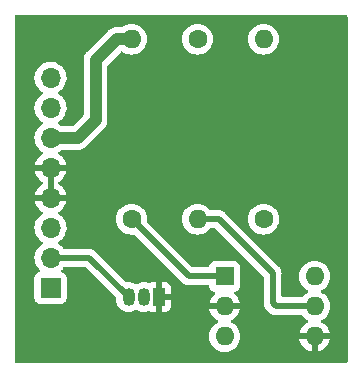
<source format=gbl>
%TF.GenerationSoftware,KiCad,Pcbnew,(6.0.6)*%
%TF.CreationDate,2022-06-23T13:00:25-07:00*%
%TF.ProjectId,TipBlaster_V1,54697042-6c61-4737-9465-725f56312e6b,rev?*%
%TF.SameCoordinates,Original*%
%TF.FileFunction,Copper,L2,Bot*%
%TF.FilePolarity,Positive*%
%FSLAX46Y46*%
G04 Gerber Fmt 4.6, Leading zero omitted, Abs format (unit mm)*
G04 Created by KiCad (PCBNEW (6.0.6)) date 2022-06-23 13:00:25*
%MOMM*%
%LPD*%
G01*
G04 APERTURE LIST*
%TA.AperFunction,ComponentPad*%
%ADD10O,1.600000X1.600000*%
%TD*%
%TA.AperFunction,ComponentPad*%
%ADD11R,1.600000X1.600000*%
%TD*%
%TA.AperFunction,ComponentPad*%
%ADD12C,1.600000*%
%TD*%
%TA.AperFunction,ComponentPad*%
%ADD13O,1.050000X1.500000*%
%TD*%
%TA.AperFunction,ComponentPad*%
%ADD14R,1.050000X1.500000*%
%TD*%
%TA.AperFunction,ComponentPad*%
%ADD15R,1.700000X1.700000*%
%TD*%
%TA.AperFunction,ComponentPad*%
%ADD16O,1.700000X1.700000*%
%TD*%
%TA.AperFunction,Conductor*%
%ADD17C,0.500000*%
%TD*%
%TA.AperFunction,Conductor*%
%ADD18C,1.000000*%
%TD*%
G04 APERTURE END LIST*
D10*
X25918000Y-22621000D03*
X25918000Y-25161000D03*
X25918000Y-27701000D03*
X18298000Y-27701000D03*
X18298000Y-25161000D03*
D11*
X18298000Y-22621000D03*
D10*
X21590000Y-2540000D03*
D12*
X21590000Y-17780000D03*
D10*
X16002000Y-17780000D03*
D12*
X16002000Y-2540000D03*
X10414000Y-17780000D03*
D10*
X10414000Y-2540000D03*
D13*
X10160000Y-24384000D03*
X11430000Y-24384000D03*
D14*
X12700000Y-24384000D03*
D15*
X3556000Y-23607000D03*
D16*
X3556000Y-21067000D03*
X3556000Y-18527000D03*
X3556000Y-15987000D03*
X3556000Y-13447000D03*
X3556000Y-10907000D03*
X3556000Y-8367000D03*
X3556000Y-5827000D03*
D17*
X3556000Y-21067000D02*
X6843000Y-21067000D01*
X6843000Y-21067000D02*
X10160000Y-24384000D01*
X22621000Y-25161000D02*
X25918000Y-25161000D01*
X22352000Y-24892000D02*
X22621000Y-25161000D01*
X22352000Y-22352000D02*
X22352000Y-24892000D01*
X17780000Y-17780000D02*
X22352000Y-22352000D01*
X16002000Y-17780000D02*
X17780000Y-17780000D01*
X15255000Y-22621000D02*
X18298000Y-22621000D01*
X10414000Y-17780000D02*
X15255000Y-22621000D01*
D18*
X7366000Y-4318000D02*
X9144000Y-2540000D01*
X7366000Y-9398000D02*
X7366000Y-4318000D01*
X5857000Y-10907000D02*
X7366000Y-9398000D01*
X9144000Y-2540000D02*
X10414000Y-2540000D01*
X3556000Y-10907000D02*
X5857000Y-10907000D01*
%TA.AperFunction,Conductor*%
G36*
X28643621Y-528502D02*
G01*
X28690114Y-582158D01*
X28701500Y-634500D01*
X28701500Y-29845500D01*
X28681498Y-29913621D01*
X28627842Y-29960114D01*
X28575500Y-29971500D01*
X634500Y-29971500D01*
X566379Y-29951498D01*
X519886Y-29897842D01*
X508500Y-29845500D01*
X508500Y-27701000D01*
X16984502Y-27701000D01*
X17004457Y-27929087D01*
X17005881Y-27934400D01*
X17005881Y-27934402D01*
X17015031Y-27968548D01*
X17063716Y-28150243D01*
X17066039Y-28155224D01*
X17066039Y-28155225D01*
X17158151Y-28352762D01*
X17158154Y-28352767D01*
X17160477Y-28357749D01*
X17291802Y-28545300D01*
X17453700Y-28707198D01*
X17458208Y-28710355D01*
X17458211Y-28710357D01*
X17536389Y-28765098D01*
X17641251Y-28838523D01*
X17646233Y-28840846D01*
X17646238Y-28840849D01*
X17842765Y-28932490D01*
X17848757Y-28935284D01*
X17854065Y-28936706D01*
X17854067Y-28936707D01*
X18064598Y-28993119D01*
X18064600Y-28993119D01*
X18069913Y-28994543D01*
X18298000Y-29014498D01*
X18526087Y-28994543D01*
X18531400Y-28993119D01*
X18531402Y-28993119D01*
X18741933Y-28936707D01*
X18741935Y-28936706D01*
X18747243Y-28935284D01*
X18753235Y-28932490D01*
X18949762Y-28840849D01*
X18949767Y-28840846D01*
X18954749Y-28838523D01*
X19059611Y-28765098D01*
X19137789Y-28710357D01*
X19137792Y-28710355D01*
X19142300Y-28707198D01*
X19304198Y-28545300D01*
X19435523Y-28357749D01*
X19437846Y-28352767D01*
X19437849Y-28352762D01*
X19529961Y-28155225D01*
X19529961Y-28155224D01*
X19532284Y-28150243D01*
X19580970Y-27968548D01*
X19581245Y-27967522D01*
X24635273Y-27967522D01*
X24682764Y-28144761D01*
X24686510Y-28155053D01*
X24778586Y-28352511D01*
X24784069Y-28362007D01*
X24909028Y-28540467D01*
X24916084Y-28548875D01*
X25070125Y-28702916D01*
X25078533Y-28709972D01*
X25256993Y-28834931D01*
X25266489Y-28840414D01*
X25463947Y-28932490D01*
X25474239Y-28936236D01*
X25646503Y-28982394D01*
X25660599Y-28982058D01*
X25664000Y-28974116D01*
X25664000Y-28968967D01*
X26172000Y-28968967D01*
X26175973Y-28982498D01*
X26184522Y-28983727D01*
X26361761Y-28936236D01*
X26372053Y-28932490D01*
X26569511Y-28840414D01*
X26579007Y-28834931D01*
X26757467Y-28709972D01*
X26765875Y-28702916D01*
X26919916Y-28548875D01*
X26926972Y-28540467D01*
X27051931Y-28362007D01*
X27057414Y-28352511D01*
X27149490Y-28155053D01*
X27153236Y-28144761D01*
X27199394Y-27972497D01*
X27199058Y-27958401D01*
X27191116Y-27955000D01*
X26190115Y-27955000D01*
X26174876Y-27959475D01*
X26173671Y-27960865D01*
X26172000Y-27968548D01*
X26172000Y-28968967D01*
X25664000Y-28968967D01*
X25664000Y-27973115D01*
X25659525Y-27957876D01*
X25658135Y-27956671D01*
X25650452Y-27955000D01*
X24650033Y-27955000D01*
X24636502Y-27958973D01*
X24635273Y-27967522D01*
X19581245Y-27967522D01*
X19590119Y-27934402D01*
X19590119Y-27934400D01*
X19591543Y-27929087D01*
X19611498Y-27701000D01*
X19591543Y-27472913D01*
X19532284Y-27251757D01*
X19437966Y-27049489D01*
X19437849Y-27049238D01*
X19437846Y-27049233D01*
X19435523Y-27044251D01*
X19304198Y-26856700D01*
X19142300Y-26694802D01*
X19137792Y-26691645D01*
X19137789Y-26691643D01*
X19059611Y-26636902D01*
X18954749Y-26563477D01*
X18949767Y-26561154D01*
X18949762Y-26561151D01*
X18914951Y-26544919D01*
X18861666Y-26498002D01*
X18842205Y-26429725D01*
X18862747Y-26361765D01*
X18914951Y-26316529D01*
X18949511Y-26300414D01*
X18959007Y-26294931D01*
X19137467Y-26169972D01*
X19145875Y-26162916D01*
X19299916Y-26008875D01*
X19306972Y-26000467D01*
X19431931Y-25822007D01*
X19437414Y-25812511D01*
X19529490Y-25615053D01*
X19533236Y-25604761D01*
X19579394Y-25432497D01*
X19579058Y-25418401D01*
X19571116Y-25415000D01*
X17030033Y-25415000D01*
X17016502Y-25418973D01*
X17015273Y-25427522D01*
X17062764Y-25604761D01*
X17066510Y-25615053D01*
X17158586Y-25812511D01*
X17164069Y-25822007D01*
X17289028Y-26000467D01*
X17296084Y-26008875D01*
X17450125Y-26162916D01*
X17458533Y-26169972D01*
X17636993Y-26294931D01*
X17646489Y-26300414D01*
X17681049Y-26316529D01*
X17734334Y-26363446D01*
X17753795Y-26431723D01*
X17733253Y-26499683D01*
X17681049Y-26544919D01*
X17646238Y-26561151D01*
X17646233Y-26561154D01*
X17641251Y-26563477D01*
X17536389Y-26636902D01*
X17458211Y-26691643D01*
X17458208Y-26691645D01*
X17453700Y-26694802D01*
X17291802Y-26856700D01*
X17160477Y-27044251D01*
X17158154Y-27049233D01*
X17158151Y-27049238D01*
X17158034Y-27049489D01*
X17063716Y-27251757D01*
X17004457Y-27472913D01*
X16984502Y-27701000D01*
X508500Y-27701000D01*
X508500Y-21033695D01*
X2193251Y-21033695D01*
X2206110Y-21256715D01*
X2207247Y-21261761D01*
X2207248Y-21261767D01*
X2231017Y-21367233D01*
X2255222Y-21474639D01*
X2339266Y-21681616D01*
X2341965Y-21686020D01*
X2449896Y-21862148D01*
X2455987Y-21872088D01*
X2602250Y-22040938D01*
X2606230Y-22044242D01*
X2610981Y-22048187D01*
X2650616Y-22107090D01*
X2652113Y-22178071D01*
X2614997Y-22238593D01*
X2574725Y-22263112D01*
X2478751Y-22299091D01*
X2459295Y-22306385D01*
X2342739Y-22393739D01*
X2255385Y-22510295D01*
X2204255Y-22646684D01*
X2197500Y-22708866D01*
X2197500Y-24505134D01*
X2204255Y-24567316D01*
X2255385Y-24703705D01*
X2342739Y-24820261D01*
X2459295Y-24907615D01*
X2595684Y-24958745D01*
X2657866Y-24965500D01*
X4454134Y-24965500D01*
X4516316Y-24958745D01*
X4652705Y-24907615D01*
X4769261Y-24820261D01*
X4856615Y-24703705D01*
X4907745Y-24567316D01*
X4914500Y-24505134D01*
X4914500Y-22708866D01*
X4907745Y-22646684D01*
X4856615Y-22510295D01*
X4769261Y-22393739D01*
X4652705Y-22306385D01*
X4640132Y-22301672D01*
X4534203Y-22261960D01*
X4477439Y-22219318D01*
X4452739Y-22152756D01*
X4467947Y-22083408D01*
X4489493Y-22054727D01*
X4580286Y-21964251D01*
X4594096Y-21950489D01*
X4646203Y-21877974D01*
X4702198Y-21834326D01*
X4748526Y-21825500D01*
X6476629Y-21825500D01*
X6544750Y-21845502D01*
X6565724Y-21862405D01*
X9089595Y-24386276D01*
X9123621Y-24448588D01*
X9126500Y-24475371D01*
X9126500Y-24660004D01*
X9141277Y-24810713D01*
X9199858Y-25004742D01*
X9295010Y-25183698D01*
X9423110Y-25340763D01*
X9427857Y-25344690D01*
X9427859Y-25344692D01*
X9574528Y-25466027D01*
X9574531Y-25466029D01*
X9579278Y-25469956D01*
X9757565Y-25566356D01*
X9854373Y-25596323D01*
X9945293Y-25624468D01*
X9945296Y-25624469D01*
X9951180Y-25626290D01*
X9957305Y-25626934D01*
X9957306Y-25626934D01*
X10146622Y-25646832D01*
X10146623Y-25646832D01*
X10152750Y-25647476D01*
X10262090Y-25637525D01*
X10348457Y-25629665D01*
X10348460Y-25629664D01*
X10354596Y-25629106D01*
X10360502Y-25627368D01*
X10360506Y-25627367D01*
X10501909Y-25585749D01*
X10549029Y-25571881D01*
X10554486Y-25569028D01*
X10554489Y-25569027D01*
X10706182Y-25489724D01*
X10728460Y-25478077D01*
X10728462Y-25478077D01*
X10728645Y-25477981D01*
X10728663Y-25478016D01*
X10794441Y-25458111D01*
X10855409Y-25473271D01*
X11027565Y-25566356D01*
X11124373Y-25596323D01*
X11215293Y-25624468D01*
X11215296Y-25624469D01*
X11221180Y-25626290D01*
X11227305Y-25626934D01*
X11227306Y-25626934D01*
X11416622Y-25646832D01*
X11416623Y-25646832D01*
X11422750Y-25647476D01*
X11532090Y-25637525D01*
X11618457Y-25629665D01*
X11618460Y-25629664D01*
X11624596Y-25629106D01*
X11630502Y-25627368D01*
X11630506Y-25627367D01*
X11766558Y-25587324D01*
X11819029Y-25571881D01*
X11819229Y-25572559D01*
X11885273Y-25566044D01*
X11922323Y-25579320D01*
X11936937Y-25587321D01*
X12057394Y-25632478D01*
X12072649Y-25636105D01*
X12123514Y-25641631D01*
X12130328Y-25642000D01*
X12427885Y-25642000D01*
X12443124Y-25637525D01*
X12444329Y-25636135D01*
X12446000Y-25628452D01*
X12446000Y-25623884D01*
X12954000Y-25623884D01*
X12958475Y-25639123D01*
X12959865Y-25640328D01*
X12967548Y-25641999D01*
X13269669Y-25641999D01*
X13276490Y-25641629D01*
X13327352Y-25636105D01*
X13342604Y-25632479D01*
X13463054Y-25587324D01*
X13478649Y-25578786D01*
X13580724Y-25502285D01*
X13593285Y-25489724D01*
X13669786Y-25387649D01*
X13678324Y-25372054D01*
X13723478Y-25251606D01*
X13727105Y-25236351D01*
X13732631Y-25185486D01*
X13733000Y-25178672D01*
X13733000Y-24656115D01*
X13728525Y-24640876D01*
X13727135Y-24639671D01*
X13719452Y-24638000D01*
X12972115Y-24638000D01*
X12956876Y-24642475D01*
X12955671Y-24643865D01*
X12954000Y-24651548D01*
X12954000Y-25623884D01*
X12446000Y-25623884D01*
X12446000Y-24830242D01*
X12446785Y-24816197D01*
X12458597Y-24710891D01*
X12463500Y-24667183D01*
X12463500Y-24111885D01*
X12954000Y-24111885D01*
X12958475Y-24127124D01*
X12959865Y-24128329D01*
X12967548Y-24130000D01*
X13714884Y-24130000D01*
X13730123Y-24125525D01*
X13731328Y-24124135D01*
X13732999Y-24116452D01*
X13732999Y-23589331D01*
X13732629Y-23582510D01*
X13727105Y-23531648D01*
X13723479Y-23516396D01*
X13678324Y-23395946D01*
X13669786Y-23380351D01*
X13593285Y-23278276D01*
X13580724Y-23265715D01*
X13478649Y-23189214D01*
X13463054Y-23180676D01*
X13342606Y-23135522D01*
X13327351Y-23131895D01*
X13276486Y-23126369D01*
X13269672Y-23126000D01*
X12972115Y-23126000D01*
X12956876Y-23130475D01*
X12955671Y-23131865D01*
X12954000Y-23139548D01*
X12954000Y-24111885D01*
X12463500Y-24111885D01*
X12463500Y-24107996D01*
X12448723Y-23957287D01*
X12448032Y-23954998D01*
X12446000Y-23934276D01*
X12446000Y-23144116D01*
X12441525Y-23128877D01*
X12440135Y-23127672D01*
X12432452Y-23126001D01*
X12130331Y-23126001D01*
X12123510Y-23126371D01*
X12072648Y-23131895D01*
X12057396Y-23135521D01*
X11936944Y-23180677D01*
X11921534Y-23189114D01*
X11852177Y-23204284D01*
X11823764Y-23198960D01*
X11814587Y-23196119D01*
X11638820Y-23141710D01*
X11632695Y-23141066D01*
X11632694Y-23141066D01*
X11443378Y-23121168D01*
X11443377Y-23121168D01*
X11437250Y-23120524D01*
X11358709Y-23127672D01*
X11241543Y-23138335D01*
X11241540Y-23138336D01*
X11235404Y-23138894D01*
X11229498Y-23140632D01*
X11229494Y-23140633D01*
X11109210Y-23176035D01*
X11040971Y-23196119D01*
X11035514Y-23198972D01*
X11035511Y-23198973D01*
X10951163Y-23243069D01*
X10861540Y-23289923D01*
X10861538Y-23289923D01*
X10861355Y-23290019D01*
X10861337Y-23289984D01*
X10795559Y-23309889D01*
X10734591Y-23294729D01*
X10725815Y-23289984D01*
X10562435Y-23201644D01*
X10465628Y-23171677D01*
X10374707Y-23143532D01*
X10374704Y-23143531D01*
X10368820Y-23141710D01*
X10362695Y-23141066D01*
X10362694Y-23141066D01*
X10173378Y-23121168D01*
X10173377Y-23121168D01*
X10167250Y-23120524D01*
X10125509Y-23124323D01*
X10044505Y-23131695D01*
X9974852Y-23117950D01*
X9943990Y-23095309D01*
X7426770Y-20578089D01*
X7414384Y-20563677D01*
X7405851Y-20552082D01*
X7405846Y-20552077D01*
X7401508Y-20546182D01*
X7395930Y-20541443D01*
X7395927Y-20541440D01*
X7361232Y-20511965D01*
X7353716Y-20505035D01*
X7348021Y-20499340D01*
X7341880Y-20494482D01*
X7325749Y-20481719D01*
X7322345Y-20478928D01*
X7272297Y-20436409D01*
X7272295Y-20436408D01*
X7266715Y-20431667D01*
X7260199Y-20428339D01*
X7255150Y-20424972D01*
X7250021Y-20421805D01*
X7244284Y-20417266D01*
X7178125Y-20386345D01*
X7174225Y-20384439D01*
X7109192Y-20351231D01*
X7102084Y-20349492D01*
X7096441Y-20347393D01*
X7090678Y-20345476D01*
X7084050Y-20342378D01*
X7012583Y-20327513D01*
X7008299Y-20326543D01*
X6937390Y-20309192D01*
X6931788Y-20308844D01*
X6931785Y-20308844D01*
X6926236Y-20308500D01*
X6926238Y-20308464D01*
X6922245Y-20308225D01*
X6918053Y-20307851D01*
X6910885Y-20306360D01*
X6844675Y-20308151D01*
X6833479Y-20308454D01*
X6830072Y-20308500D01*
X4751939Y-20308500D01*
X4683818Y-20288498D01*
X4646147Y-20250941D01*
X4638818Y-20239612D01*
X4636014Y-20235277D01*
X4485670Y-20070051D01*
X4481619Y-20066852D01*
X4481615Y-20066848D01*
X4314414Y-19934800D01*
X4314410Y-19934798D01*
X4310359Y-19931598D01*
X4269053Y-19908796D01*
X4219084Y-19858364D01*
X4204312Y-19788921D01*
X4229428Y-19722516D01*
X4256780Y-19695909D01*
X4300603Y-19664650D01*
X4435860Y-19568173D01*
X4594096Y-19410489D01*
X4653594Y-19327689D01*
X4721435Y-19233277D01*
X4724453Y-19229077D01*
X4780502Y-19115671D01*
X4821136Y-19033453D01*
X4821137Y-19033451D01*
X4823430Y-19028811D01*
X4888370Y-18815069D01*
X4917529Y-18593590D01*
X4918386Y-18558502D01*
X4919074Y-18530365D01*
X4919074Y-18530361D01*
X4919156Y-18527000D01*
X4900852Y-18304361D01*
X4846431Y-18087702D01*
X4757354Y-17882840D01*
X4690824Y-17780000D01*
X9100502Y-17780000D01*
X9120457Y-18008087D01*
X9121881Y-18013400D01*
X9121881Y-18013402D01*
X9143135Y-18092720D01*
X9179716Y-18229243D01*
X9182039Y-18234224D01*
X9182039Y-18234225D01*
X9274151Y-18431762D01*
X9274154Y-18431767D01*
X9276477Y-18436749D01*
X9337323Y-18523646D01*
X9386299Y-18593590D01*
X9407802Y-18624300D01*
X9569700Y-18786198D01*
X9574208Y-18789355D01*
X9574211Y-18789357D01*
X9610932Y-18815069D01*
X9757251Y-18917523D01*
X9762233Y-18919846D01*
X9762238Y-18919849D01*
X9959775Y-19011961D01*
X9964757Y-19014284D01*
X9970065Y-19015706D01*
X9970067Y-19015707D01*
X10180598Y-19072119D01*
X10180600Y-19072119D01*
X10185913Y-19073543D01*
X10414000Y-19093498D01*
X10419475Y-19093019D01*
X10576913Y-19079245D01*
X10646518Y-19093234D01*
X10676990Y-19115671D01*
X14671230Y-23109911D01*
X14683616Y-23124323D01*
X14692149Y-23135918D01*
X14692154Y-23135923D01*
X14696492Y-23141818D01*
X14702070Y-23146557D01*
X14702073Y-23146560D01*
X14736768Y-23176035D01*
X14744284Y-23182965D01*
X14749979Y-23188660D01*
X14752861Y-23190940D01*
X14772251Y-23206281D01*
X14775655Y-23209072D01*
X14825703Y-23251591D01*
X14831285Y-23256333D01*
X14837801Y-23259661D01*
X14842850Y-23263028D01*
X14847979Y-23266195D01*
X14853716Y-23270734D01*
X14919875Y-23301655D01*
X14923769Y-23303558D01*
X14988808Y-23336769D01*
X14995917Y-23338508D01*
X15001551Y-23340604D01*
X15007321Y-23342523D01*
X15013950Y-23345622D01*
X15021113Y-23347112D01*
X15021116Y-23347113D01*
X15071830Y-23357661D01*
X15085435Y-23360491D01*
X15089701Y-23361457D01*
X15160610Y-23378808D01*
X15166212Y-23379156D01*
X15166215Y-23379156D01*
X15171764Y-23379500D01*
X15171762Y-23379535D01*
X15175734Y-23379775D01*
X15179955Y-23380152D01*
X15187115Y-23381641D01*
X15264542Y-23379546D01*
X15267950Y-23379500D01*
X16866709Y-23379500D01*
X16934830Y-23399502D01*
X16981323Y-23453158D01*
X16991972Y-23491892D01*
X16996255Y-23531316D01*
X17047385Y-23667705D01*
X17134739Y-23784261D01*
X17251295Y-23871615D01*
X17387684Y-23922745D01*
X17399229Y-23923999D01*
X17401910Y-23925113D01*
X17403222Y-23925425D01*
X17403172Y-23925637D01*
X17464790Y-23951238D01*
X17505218Y-24009599D01*
X17507677Y-24080553D01*
X17471384Y-24141572D01*
X17460775Y-24150147D01*
X17450125Y-24159084D01*
X17296084Y-24313125D01*
X17289028Y-24321533D01*
X17164069Y-24499993D01*
X17158586Y-24509489D01*
X17066510Y-24706947D01*
X17062764Y-24717239D01*
X17016606Y-24889503D01*
X17016942Y-24903599D01*
X17024884Y-24907000D01*
X19565967Y-24907000D01*
X19579498Y-24903027D01*
X19580727Y-24894478D01*
X19533236Y-24717239D01*
X19529490Y-24706947D01*
X19437414Y-24509489D01*
X19431931Y-24499993D01*
X19306972Y-24321533D01*
X19299916Y-24313125D01*
X19145875Y-24159084D01*
X19133254Y-24148493D01*
X19134108Y-24147475D01*
X19093776Y-24097016D01*
X19086468Y-24026397D01*
X19118500Y-23963037D01*
X19179702Y-23927053D01*
X19196762Y-23924000D01*
X19208316Y-23922745D01*
X19344705Y-23871615D01*
X19461261Y-23784261D01*
X19548615Y-23667705D01*
X19599745Y-23531316D01*
X19606500Y-23469134D01*
X19606500Y-21772866D01*
X19599745Y-21710684D01*
X19548615Y-21574295D01*
X19461261Y-21457739D01*
X19344705Y-21370385D01*
X19208316Y-21319255D01*
X19146134Y-21312500D01*
X17449866Y-21312500D01*
X17387684Y-21319255D01*
X17251295Y-21370385D01*
X17134739Y-21457739D01*
X17047385Y-21574295D01*
X16996255Y-21710684D01*
X16995402Y-21718540D01*
X16991972Y-21750108D01*
X16964730Y-21815670D01*
X16906366Y-21856096D01*
X16866709Y-21862500D01*
X15621371Y-21862500D01*
X15553250Y-21842498D01*
X15532276Y-21825595D01*
X11749671Y-18042990D01*
X11715645Y-17980678D01*
X11713245Y-17942913D01*
X11727019Y-17785475D01*
X11727498Y-17780000D01*
X14688502Y-17780000D01*
X14708457Y-18008087D01*
X14709881Y-18013400D01*
X14709881Y-18013402D01*
X14731135Y-18092720D01*
X14767716Y-18229243D01*
X14770039Y-18234224D01*
X14770039Y-18234225D01*
X14862151Y-18431762D01*
X14862154Y-18431767D01*
X14864477Y-18436749D01*
X14925323Y-18523646D01*
X14974299Y-18593590D01*
X14995802Y-18624300D01*
X15157700Y-18786198D01*
X15162208Y-18789355D01*
X15162211Y-18789357D01*
X15198932Y-18815069D01*
X15345251Y-18917523D01*
X15350233Y-18919846D01*
X15350238Y-18919849D01*
X15547775Y-19011961D01*
X15552757Y-19014284D01*
X15558065Y-19015706D01*
X15558067Y-19015707D01*
X15768598Y-19072119D01*
X15768600Y-19072119D01*
X15773913Y-19073543D01*
X16002000Y-19093498D01*
X16230087Y-19073543D01*
X16235400Y-19072119D01*
X16235402Y-19072119D01*
X16445933Y-19015707D01*
X16445935Y-19015706D01*
X16451243Y-19014284D01*
X16456225Y-19011961D01*
X16653762Y-18919849D01*
X16653767Y-18919846D01*
X16658749Y-18917523D01*
X16805068Y-18815069D01*
X16841789Y-18789357D01*
X16841792Y-18789355D01*
X16846300Y-18786198D01*
X17008198Y-18624300D01*
X17030655Y-18592229D01*
X17086110Y-18547901D01*
X17133867Y-18538500D01*
X17413629Y-18538500D01*
X17481750Y-18558502D01*
X17502724Y-18575405D01*
X21556595Y-22629276D01*
X21590621Y-22691588D01*
X21593500Y-22718371D01*
X21593500Y-24824930D01*
X21592067Y-24843880D01*
X21588801Y-24865349D01*
X21589394Y-24872641D01*
X21589394Y-24872644D01*
X21593085Y-24918018D01*
X21593500Y-24928233D01*
X21593500Y-24936293D01*
X21593925Y-24939937D01*
X21596789Y-24964507D01*
X21597222Y-24968882D01*
X21603140Y-25041637D01*
X21605396Y-25048601D01*
X21606587Y-25054560D01*
X21607971Y-25060415D01*
X21608818Y-25067681D01*
X21633735Y-25136327D01*
X21635152Y-25140455D01*
X21657649Y-25209899D01*
X21661445Y-25216154D01*
X21663951Y-25221628D01*
X21666670Y-25227058D01*
X21669167Y-25233937D01*
X21673180Y-25240057D01*
X21673180Y-25240058D01*
X21709186Y-25294976D01*
X21711523Y-25298680D01*
X21749405Y-25361107D01*
X21753121Y-25365315D01*
X21753122Y-25365316D01*
X21756803Y-25369484D01*
X21756776Y-25369508D01*
X21759429Y-25372500D01*
X21762132Y-25375733D01*
X21766144Y-25381852D01*
X21779392Y-25394402D01*
X21822383Y-25435128D01*
X21824825Y-25437506D01*
X22037230Y-25649911D01*
X22049616Y-25664323D01*
X22058149Y-25675918D01*
X22058154Y-25675923D01*
X22062492Y-25681818D01*
X22068070Y-25686557D01*
X22068073Y-25686560D01*
X22102768Y-25716035D01*
X22110284Y-25722965D01*
X22115979Y-25728660D01*
X22118861Y-25730940D01*
X22138251Y-25746281D01*
X22141655Y-25749072D01*
X22191703Y-25791591D01*
X22197285Y-25796333D01*
X22203801Y-25799661D01*
X22208838Y-25803020D01*
X22213977Y-25806194D01*
X22219716Y-25810734D01*
X22226349Y-25813834D01*
X22285837Y-25841636D01*
X22289791Y-25843569D01*
X22354808Y-25876769D01*
X22361924Y-25878510D01*
X22367554Y-25880604D01*
X22373321Y-25882523D01*
X22379950Y-25885621D01*
X22387110Y-25887110D01*
X22387112Y-25887111D01*
X22451396Y-25900482D01*
X22455680Y-25901452D01*
X22526610Y-25918808D01*
X22532212Y-25919156D01*
X22532215Y-25919156D01*
X22537764Y-25919500D01*
X22537762Y-25919536D01*
X22541752Y-25919775D01*
X22545950Y-25920150D01*
X22553115Y-25921640D01*
X22630520Y-25919546D01*
X22633928Y-25919500D01*
X24786133Y-25919500D01*
X24854254Y-25939502D01*
X24889345Y-25973228D01*
X24911802Y-26005300D01*
X25073700Y-26167198D01*
X25078208Y-26170355D01*
X25078211Y-26170357D01*
X25156389Y-26225098D01*
X25261251Y-26298523D01*
X25266233Y-26300846D01*
X25266238Y-26300849D01*
X25301049Y-26317081D01*
X25354334Y-26363998D01*
X25373795Y-26432275D01*
X25353253Y-26500235D01*
X25301049Y-26545471D01*
X25266489Y-26561586D01*
X25256993Y-26567069D01*
X25078533Y-26692028D01*
X25070125Y-26699084D01*
X24916084Y-26853125D01*
X24909028Y-26861533D01*
X24784069Y-27039993D01*
X24778586Y-27049489D01*
X24686510Y-27246947D01*
X24682764Y-27257239D01*
X24636606Y-27429503D01*
X24636942Y-27443599D01*
X24644884Y-27447000D01*
X27185967Y-27447000D01*
X27199498Y-27443027D01*
X27200727Y-27434478D01*
X27153236Y-27257239D01*
X27149490Y-27246947D01*
X27057414Y-27049489D01*
X27051931Y-27039993D01*
X26926972Y-26861533D01*
X26919916Y-26853125D01*
X26765875Y-26699084D01*
X26757467Y-26692028D01*
X26579007Y-26567069D01*
X26569511Y-26561586D01*
X26534951Y-26545471D01*
X26481666Y-26498554D01*
X26462205Y-26430277D01*
X26482747Y-26362317D01*
X26534951Y-26317081D01*
X26569762Y-26300849D01*
X26569767Y-26300846D01*
X26574749Y-26298523D01*
X26679611Y-26225098D01*
X26757789Y-26170357D01*
X26757792Y-26170355D01*
X26762300Y-26167198D01*
X26924198Y-26005300D01*
X27055523Y-25817749D01*
X27057846Y-25812767D01*
X27057849Y-25812762D01*
X27149961Y-25615225D01*
X27149961Y-25615224D01*
X27152284Y-25610243D01*
X27162382Y-25572559D01*
X27210119Y-25394402D01*
X27210119Y-25394400D01*
X27211543Y-25389087D01*
X27231498Y-25161000D01*
X27211543Y-24932913D01*
X27205609Y-24910767D01*
X27153707Y-24717067D01*
X27153706Y-24717065D01*
X27152284Y-24711757D01*
X27129581Y-24663069D01*
X27057849Y-24509238D01*
X27057846Y-24509233D01*
X27055523Y-24504251D01*
X26924198Y-24316700D01*
X26762300Y-24154802D01*
X26757792Y-24151645D01*
X26757789Y-24151643D01*
X26656262Y-24080553D01*
X26574749Y-24023477D01*
X26569767Y-24021154D01*
X26569762Y-24021151D01*
X26535543Y-24005195D01*
X26482258Y-23958278D01*
X26462797Y-23890001D01*
X26483339Y-23822041D01*
X26535543Y-23776805D01*
X26569762Y-23760849D01*
X26569767Y-23760846D01*
X26574749Y-23758523D01*
X26716458Y-23659297D01*
X26757789Y-23630357D01*
X26757792Y-23630355D01*
X26762300Y-23627198D01*
X26924198Y-23465300D01*
X27055523Y-23277749D01*
X27057846Y-23272767D01*
X27057849Y-23272762D01*
X27149961Y-23075225D01*
X27149961Y-23075224D01*
X27152284Y-23070243D01*
X27211543Y-22849087D01*
X27231498Y-22621000D01*
X27211543Y-22392913D01*
X27209660Y-22385886D01*
X27153707Y-22177067D01*
X27153706Y-22177065D01*
X27152284Y-22171757D01*
X27143424Y-22152756D01*
X27057849Y-21969238D01*
X27057846Y-21969233D01*
X27055523Y-21964251D01*
X26924198Y-21776700D01*
X26762300Y-21614802D01*
X26757792Y-21611645D01*
X26757789Y-21611643D01*
X26679611Y-21556902D01*
X26574749Y-21483477D01*
X26569767Y-21481154D01*
X26569762Y-21481151D01*
X26372225Y-21389039D01*
X26372224Y-21389039D01*
X26367243Y-21386716D01*
X26361935Y-21385294D01*
X26361933Y-21385293D01*
X26151402Y-21328881D01*
X26151400Y-21328881D01*
X26146087Y-21327457D01*
X25918000Y-21307502D01*
X25689913Y-21327457D01*
X25684600Y-21328881D01*
X25684598Y-21328881D01*
X25474067Y-21385293D01*
X25474065Y-21385294D01*
X25468757Y-21386716D01*
X25463776Y-21389039D01*
X25463775Y-21389039D01*
X25266238Y-21481151D01*
X25266233Y-21481154D01*
X25261251Y-21483477D01*
X25156389Y-21556902D01*
X25078211Y-21611643D01*
X25078208Y-21611645D01*
X25073700Y-21614802D01*
X24911802Y-21776700D01*
X24780477Y-21964251D01*
X24778154Y-21969233D01*
X24778151Y-21969238D01*
X24692576Y-22152756D01*
X24683716Y-22171757D01*
X24682294Y-22177065D01*
X24682293Y-22177067D01*
X24626340Y-22385886D01*
X24624457Y-22392913D01*
X24604502Y-22621000D01*
X24624457Y-22849087D01*
X24683716Y-23070243D01*
X24686039Y-23075224D01*
X24686039Y-23075225D01*
X24778151Y-23272762D01*
X24778154Y-23272767D01*
X24780477Y-23277749D01*
X24911802Y-23465300D01*
X25073700Y-23627198D01*
X25078208Y-23630355D01*
X25078211Y-23630357D01*
X25119542Y-23659297D01*
X25261251Y-23758523D01*
X25266233Y-23760846D01*
X25266238Y-23760849D01*
X25300457Y-23776805D01*
X25353742Y-23823722D01*
X25373203Y-23891999D01*
X25352661Y-23959959D01*
X25300457Y-24005195D01*
X25266238Y-24021151D01*
X25266233Y-24021154D01*
X25261251Y-24023477D01*
X25179738Y-24080553D01*
X25078211Y-24151643D01*
X25078208Y-24151645D01*
X25073700Y-24154802D01*
X24911802Y-24316700D01*
X24889345Y-24348771D01*
X24833890Y-24393099D01*
X24786133Y-24402500D01*
X23236500Y-24402500D01*
X23168379Y-24382498D01*
X23121886Y-24328842D01*
X23110500Y-24276500D01*
X23110500Y-22419063D01*
X23111933Y-22400114D01*
X23114097Y-22385886D01*
X23115198Y-22378651D01*
X23110915Y-22325990D01*
X23110500Y-22315777D01*
X23110500Y-22307707D01*
X23110078Y-22304087D01*
X23110077Y-22304069D01*
X23107208Y-22279461D01*
X23106775Y-22275086D01*
X23105708Y-22261960D01*
X23100860Y-22202363D01*
X23098604Y-22195399D01*
X23097413Y-22189440D01*
X23096029Y-22183585D01*
X23095182Y-22176319D01*
X23070265Y-22107673D01*
X23068848Y-22103545D01*
X23048607Y-22041064D01*
X23048606Y-22041062D01*
X23046351Y-22034101D01*
X23042555Y-22027846D01*
X23040049Y-22022372D01*
X23037330Y-22016942D01*
X23034833Y-22010063D01*
X22994809Y-21949016D01*
X22992472Y-21945312D01*
X22957509Y-21887693D01*
X22957505Y-21887688D01*
X22954595Y-21882892D01*
X22950252Y-21877974D01*
X22947197Y-21874516D01*
X22947223Y-21874493D01*
X22944574Y-21871503D01*
X22941866Y-21868264D01*
X22937856Y-21862148D01*
X22932549Y-21857121D01*
X22932546Y-21857117D01*
X22881617Y-21808872D01*
X22879175Y-21806494D01*
X18852681Y-17780000D01*
X20276502Y-17780000D01*
X20296457Y-18008087D01*
X20297881Y-18013400D01*
X20297881Y-18013402D01*
X20319135Y-18092720D01*
X20355716Y-18229243D01*
X20358039Y-18234224D01*
X20358039Y-18234225D01*
X20450151Y-18431762D01*
X20450154Y-18431767D01*
X20452477Y-18436749D01*
X20513323Y-18523646D01*
X20562299Y-18593590D01*
X20583802Y-18624300D01*
X20745700Y-18786198D01*
X20750208Y-18789355D01*
X20750211Y-18789357D01*
X20786932Y-18815069D01*
X20933251Y-18917523D01*
X20938233Y-18919846D01*
X20938238Y-18919849D01*
X21135775Y-19011961D01*
X21140757Y-19014284D01*
X21146065Y-19015706D01*
X21146067Y-19015707D01*
X21356598Y-19072119D01*
X21356600Y-19072119D01*
X21361913Y-19073543D01*
X21590000Y-19093498D01*
X21818087Y-19073543D01*
X21823400Y-19072119D01*
X21823402Y-19072119D01*
X22033933Y-19015707D01*
X22033935Y-19015706D01*
X22039243Y-19014284D01*
X22044225Y-19011961D01*
X22241762Y-18919849D01*
X22241767Y-18919846D01*
X22246749Y-18917523D01*
X22393068Y-18815069D01*
X22429789Y-18789357D01*
X22429792Y-18789355D01*
X22434300Y-18786198D01*
X22596198Y-18624300D01*
X22617702Y-18593590D01*
X22666677Y-18523646D01*
X22727523Y-18436749D01*
X22729846Y-18431767D01*
X22729849Y-18431762D01*
X22821961Y-18234225D01*
X22821961Y-18234224D01*
X22824284Y-18229243D01*
X22860866Y-18092720D01*
X22882119Y-18013402D01*
X22882119Y-18013400D01*
X22883543Y-18008087D01*
X22903498Y-17780000D01*
X22883543Y-17551913D01*
X22882119Y-17546598D01*
X22825707Y-17336067D01*
X22825706Y-17336065D01*
X22824284Y-17330757D01*
X22796119Y-17270357D01*
X22729849Y-17128238D01*
X22729846Y-17128233D01*
X22727523Y-17123251D01*
X22615932Y-16963883D01*
X22599357Y-16940211D01*
X22599355Y-16940208D01*
X22596198Y-16935700D01*
X22434300Y-16773802D01*
X22429792Y-16770645D01*
X22429789Y-16770643D01*
X22351611Y-16715902D01*
X22246749Y-16642477D01*
X22241767Y-16640154D01*
X22241762Y-16640151D01*
X22044225Y-16548039D01*
X22044224Y-16548039D01*
X22039243Y-16545716D01*
X22033935Y-16544294D01*
X22033933Y-16544293D01*
X21823402Y-16487881D01*
X21823400Y-16487881D01*
X21818087Y-16486457D01*
X21590000Y-16466502D01*
X21361913Y-16486457D01*
X21356600Y-16487881D01*
X21356598Y-16487881D01*
X21146067Y-16544293D01*
X21146065Y-16544294D01*
X21140757Y-16545716D01*
X21135776Y-16548039D01*
X21135775Y-16548039D01*
X20938238Y-16640151D01*
X20938233Y-16640154D01*
X20933251Y-16642477D01*
X20828389Y-16715902D01*
X20750211Y-16770643D01*
X20750208Y-16770645D01*
X20745700Y-16773802D01*
X20583802Y-16935700D01*
X20580645Y-16940208D01*
X20580643Y-16940211D01*
X20564068Y-16963883D01*
X20452477Y-17123251D01*
X20450154Y-17128233D01*
X20450151Y-17128238D01*
X20383881Y-17270357D01*
X20355716Y-17330757D01*
X20354294Y-17336065D01*
X20354293Y-17336067D01*
X20297881Y-17546598D01*
X20296457Y-17551913D01*
X20276502Y-17780000D01*
X18852681Y-17780000D01*
X18363770Y-17291089D01*
X18351384Y-17276677D01*
X18342851Y-17265082D01*
X18342846Y-17265077D01*
X18338508Y-17259182D01*
X18332930Y-17254443D01*
X18332927Y-17254440D01*
X18298232Y-17224965D01*
X18290716Y-17218035D01*
X18285021Y-17212340D01*
X18266696Y-17197842D01*
X18262749Y-17194719D01*
X18259345Y-17191928D01*
X18209297Y-17149409D01*
X18209295Y-17149408D01*
X18203715Y-17144667D01*
X18197199Y-17141339D01*
X18192150Y-17137972D01*
X18187021Y-17134805D01*
X18181284Y-17130266D01*
X18115125Y-17099345D01*
X18111225Y-17097439D01*
X18046192Y-17064231D01*
X18039084Y-17062492D01*
X18033441Y-17060393D01*
X18027678Y-17058476D01*
X18021050Y-17055378D01*
X17949583Y-17040513D01*
X17945299Y-17039543D01*
X17909536Y-17030792D01*
X17874390Y-17022192D01*
X17868788Y-17021844D01*
X17868785Y-17021844D01*
X17863236Y-17021500D01*
X17863238Y-17021464D01*
X17859245Y-17021225D01*
X17855053Y-17020851D01*
X17847885Y-17019360D01*
X17781675Y-17021151D01*
X17770479Y-17021454D01*
X17767072Y-17021500D01*
X17133867Y-17021500D01*
X17065746Y-17001498D01*
X17030655Y-16967772D01*
X17008198Y-16935700D01*
X16846300Y-16773802D01*
X16841792Y-16770645D01*
X16841789Y-16770643D01*
X16763611Y-16715902D01*
X16658749Y-16642477D01*
X16653767Y-16640154D01*
X16653762Y-16640151D01*
X16456225Y-16548039D01*
X16456224Y-16548039D01*
X16451243Y-16545716D01*
X16445935Y-16544294D01*
X16445933Y-16544293D01*
X16235402Y-16487881D01*
X16235400Y-16487881D01*
X16230087Y-16486457D01*
X16002000Y-16466502D01*
X15773913Y-16486457D01*
X15768600Y-16487881D01*
X15768598Y-16487881D01*
X15558067Y-16544293D01*
X15558065Y-16544294D01*
X15552757Y-16545716D01*
X15547776Y-16548039D01*
X15547775Y-16548039D01*
X15350238Y-16640151D01*
X15350233Y-16640154D01*
X15345251Y-16642477D01*
X15240389Y-16715902D01*
X15162211Y-16770643D01*
X15162208Y-16770645D01*
X15157700Y-16773802D01*
X14995802Y-16935700D01*
X14992645Y-16940208D01*
X14992643Y-16940211D01*
X14976068Y-16963883D01*
X14864477Y-17123251D01*
X14862154Y-17128233D01*
X14862151Y-17128238D01*
X14795881Y-17270357D01*
X14767716Y-17330757D01*
X14766294Y-17336065D01*
X14766293Y-17336067D01*
X14709881Y-17546598D01*
X14708457Y-17551913D01*
X14688502Y-17780000D01*
X11727498Y-17780000D01*
X11707543Y-17551913D01*
X11706119Y-17546598D01*
X11649707Y-17336067D01*
X11649706Y-17336065D01*
X11648284Y-17330757D01*
X11620119Y-17270357D01*
X11553849Y-17128238D01*
X11553846Y-17128233D01*
X11551523Y-17123251D01*
X11439932Y-16963883D01*
X11423357Y-16940211D01*
X11423355Y-16940208D01*
X11420198Y-16935700D01*
X11258300Y-16773802D01*
X11253792Y-16770645D01*
X11253789Y-16770643D01*
X11175611Y-16715902D01*
X11070749Y-16642477D01*
X11065767Y-16640154D01*
X11065762Y-16640151D01*
X10868225Y-16548039D01*
X10868224Y-16548039D01*
X10863243Y-16545716D01*
X10857935Y-16544294D01*
X10857933Y-16544293D01*
X10647402Y-16487881D01*
X10647400Y-16487881D01*
X10642087Y-16486457D01*
X10414000Y-16466502D01*
X10185913Y-16486457D01*
X10180600Y-16487881D01*
X10180598Y-16487881D01*
X9970067Y-16544293D01*
X9970065Y-16544294D01*
X9964757Y-16545716D01*
X9959776Y-16548039D01*
X9959775Y-16548039D01*
X9762238Y-16640151D01*
X9762233Y-16640154D01*
X9757251Y-16642477D01*
X9652389Y-16715902D01*
X9574211Y-16770643D01*
X9574208Y-16770645D01*
X9569700Y-16773802D01*
X9407802Y-16935700D01*
X9404645Y-16940208D01*
X9404643Y-16940211D01*
X9388068Y-16963883D01*
X9276477Y-17123251D01*
X9274154Y-17128233D01*
X9274151Y-17128238D01*
X9207881Y-17270357D01*
X9179716Y-17330757D01*
X9178294Y-17336065D01*
X9178293Y-17336067D01*
X9121881Y-17546598D01*
X9120457Y-17551913D01*
X9100502Y-17780000D01*
X4690824Y-17780000D01*
X4636014Y-17695277D01*
X4485670Y-17530051D01*
X4481619Y-17526852D01*
X4481615Y-17526848D01*
X4314414Y-17394800D01*
X4314410Y-17394798D01*
X4310359Y-17391598D01*
X4268569Y-17368529D01*
X4218598Y-17318097D01*
X4203826Y-17248654D01*
X4228942Y-17182248D01*
X4256294Y-17155641D01*
X4431328Y-17030792D01*
X4439200Y-17024139D01*
X4590052Y-16873812D01*
X4596730Y-16865965D01*
X4721003Y-16693020D01*
X4726313Y-16684183D01*
X4820670Y-16493267D01*
X4824469Y-16483672D01*
X4886377Y-16279910D01*
X4888555Y-16269837D01*
X4889986Y-16258962D01*
X4887775Y-16244778D01*
X4874617Y-16241000D01*
X2239225Y-16241000D01*
X2225694Y-16244973D01*
X2224257Y-16254966D01*
X2254565Y-16389446D01*
X2257645Y-16399275D01*
X2337770Y-16596603D01*
X2342413Y-16605794D01*
X2453694Y-16787388D01*
X2459777Y-16795699D01*
X2599213Y-16956667D01*
X2606580Y-16963883D01*
X2770434Y-17099916D01*
X2778881Y-17105831D01*
X2847969Y-17146203D01*
X2896693Y-17197842D01*
X2909764Y-17267625D01*
X2883033Y-17333396D01*
X2842584Y-17366752D01*
X2829607Y-17373507D01*
X2825474Y-17376610D01*
X2825471Y-17376612D01*
X2801247Y-17394800D01*
X2650965Y-17507635D01*
X2496629Y-17669138D01*
X2370743Y-17853680D01*
X2355003Y-17887590D01*
X2282869Y-18042990D01*
X2276688Y-18056305D01*
X2216989Y-18271570D01*
X2193251Y-18493695D01*
X2193548Y-18498848D01*
X2193548Y-18498851D01*
X2200781Y-18624300D01*
X2206110Y-18716715D01*
X2207247Y-18721761D01*
X2207248Y-18721767D01*
X2221769Y-18786198D01*
X2255222Y-18934639D01*
X2339266Y-19141616D01*
X2455987Y-19332088D01*
X2602250Y-19500938D01*
X2774126Y-19643632D01*
X2844595Y-19684811D01*
X2847445Y-19686476D01*
X2896169Y-19738114D01*
X2909240Y-19807897D01*
X2882509Y-19873669D01*
X2842055Y-19907027D01*
X2829607Y-19913507D01*
X2825474Y-19916610D01*
X2825471Y-19916612D01*
X2801247Y-19934800D01*
X2650965Y-20047635D01*
X2496629Y-20209138D01*
X2370743Y-20393680D01*
X2359795Y-20417266D01*
X2285144Y-20578089D01*
X2276688Y-20596305D01*
X2216989Y-20811570D01*
X2193251Y-21033695D01*
X508500Y-21033695D01*
X508500Y-15721183D01*
X2220389Y-15721183D01*
X2221912Y-15729607D01*
X2234292Y-15733000D01*
X3283885Y-15733000D01*
X3299124Y-15728525D01*
X3300329Y-15727135D01*
X3302000Y-15719452D01*
X3302000Y-15714885D01*
X3810000Y-15714885D01*
X3814475Y-15730124D01*
X3815865Y-15731329D01*
X3823548Y-15733000D01*
X4874344Y-15733000D01*
X4887875Y-15729027D01*
X4889180Y-15719947D01*
X4847214Y-15552875D01*
X4843894Y-15543124D01*
X4758972Y-15347814D01*
X4754105Y-15338739D01*
X4638426Y-15159926D01*
X4632136Y-15151757D01*
X4488806Y-14994240D01*
X4481273Y-14987215D01*
X4314139Y-14855222D01*
X4305552Y-14849517D01*
X4268116Y-14828851D01*
X4218146Y-14778419D01*
X4203374Y-14708976D01*
X4228490Y-14642571D01*
X4255842Y-14615964D01*
X4431327Y-14490792D01*
X4439200Y-14484139D01*
X4590052Y-14333812D01*
X4596730Y-14325965D01*
X4721003Y-14153020D01*
X4726313Y-14144183D01*
X4820670Y-13953267D01*
X4824469Y-13943672D01*
X4886377Y-13739910D01*
X4888555Y-13729837D01*
X4889986Y-13718962D01*
X4887775Y-13704778D01*
X4874617Y-13701000D01*
X3828115Y-13701000D01*
X3812876Y-13705475D01*
X3811671Y-13706865D01*
X3810000Y-13714548D01*
X3810000Y-15714885D01*
X3302000Y-15714885D01*
X3302000Y-13719115D01*
X3297525Y-13703876D01*
X3296135Y-13702671D01*
X3288452Y-13701000D01*
X2239225Y-13701000D01*
X2225694Y-13704973D01*
X2224257Y-13714966D01*
X2254565Y-13849446D01*
X2257645Y-13859275D01*
X2337770Y-14056603D01*
X2342413Y-14065794D01*
X2453694Y-14247388D01*
X2459777Y-14255699D01*
X2599213Y-14416667D01*
X2606580Y-14423883D01*
X2770434Y-14559916D01*
X2778881Y-14565831D01*
X2848479Y-14606501D01*
X2897203Y-14658140D01*
X2910274Y-14727923D01*
X2883543Y-14793694D01*
X2843087Y-14827053D01*
X2834462Y-14831542D01*
X2825738Y-14837036D01*
X2655433Y-14964905D01*
X2647726Y-14971748D01*
X2500590Y-15125717D01*
X2494104Y-15133727D01*
X2374098Y-15309649D01*
X2369000Y-15318623D01*
X2279338Y-15511783D01*
X2275775Y-15521470D01*
X2220389Y-15721183D01*
X508500Y-15721183D01*
X508500Y-10873695D01*
X2193251Y-10873695D01*
X2206110Y-11096715D01*
X2207247Y-11101761D01*
X2207248Y-11101767D01*
X2231304Y-11208508D01*
X2255222Y-11314639D01*
X2339266Y-11521616D01*
X2341965Y-11526020D01*
X2420021Y-11653396D01*
X2455987Y-11712088D01*
X2602250Y-11880938D01*
X2774126Y-12023632D01*
X2847955Y-12066774D01*
X2896679Y-12118412D01*
X2909750Y-12188195D01*
X2883019Y-12253967D01*
X2842562Y-12287327D01*
X2834457Y-12291546D01*
X2825738Y-12297036D01*
X2655433Y-12424905D01*
X2647726Y-12431748D01*
X2500590Y-12585717D01*
X2494104Y-12593727D01*
X2374098Y-12769649D01*
X2369000Y-12778623D01*
X2279338Y-12971783D01*
X2275775Y-12981470D01*
X2220389Y-13181183D01*
X2221912Y-13189607D01*
X2234292Y-13193000D01*
X4874344Y-13193000D01*
X4887875Y-13189027D01*
X4889180Y-13179947D01*
X4847214Y-13012875D01*
X4843894Y-13003124D01*
X4758972Y-12807814D01*
X4754105Y-12798739D01*
X4638426Y-12619926D01*
X4632136Y-12611757D01*
X4488806Y-12454240D01*
X4481273Y-12447215D01*
X4314139Y-12315222D01*
X4305556Y-12309520D01*
X4268602Y-12289120D01*
X4218631Y-12238687D01*
X4203859Y-12169245D01*
X4228975Y-12102839D01*
X4256327Y-12076232D01*
X4431651Y-11951175D01*
X4435860Y-11948173D01*
X4438886Y-11945157D01*
X4503588Y-11916570D01*
X4519976Y-11915500D01*
X5795157Y-11915500D01*
X5808764Y-11916237D01*
X5840262Y-11919659D01*
X5840267Y-11919659D01*
X5846388Y-11920324D01*
X5872638Y-11918027D01*
X5896388Y-11915950D01*
X5901214Y-11915621D01*
X5903686Y-11915500D01*
X5906769Y-11915500D01*
X5918738Y-11914326D01*
X5949506Y-11911310D01*
X5950819Y-11911188D01*
X5995084Y-11907315D01*
X6043413Y-11903087D01*
X6048532Y-11901600D01*
X6053833Y-11901080D01*
X6142834Y-11874209D01*
X6143967Y-11873874D01*
X6227414Y-11849630D01*
X6227418Y-11849628D01*
X6233336Y-11847909D01*
X6238068Y-11845456D01*
X6243169Y-11843916D01*
X6248612Y-11841022D01*
X6325260Y-11800269D01*
X6326426Y-11799657D01*
X6403453Y-11759729D01*
X6408926Y-11756892D01*
X6413089Y-11753569D01*
X6417796Y-11751066D01*
X6489918Y-11692245D01*
X6490774Y-11691554D01*
X6529973Y-11660262D01*
X6532477Y-11657758D01*
X6533195Y-11657116D01*
X6537528Y-11653415D01*
X6571062Y-11626065D01*
X6600288Y-11590737D01*
X6608277Y-11581958D01*
X8035379Y-10154855D01*
X8045522Y-10145753D01*
X8070218Y-10125897D01*
X8075025Y-10122032D01*
X8107320Y-10083544D01*
X8110478Y-10079925D01*
X8112124Y-10078110D01*
X8114309Y-10075925D01*
X8116264Y-10073545D01*
X8116273Y-10073535D01*
X8141549Y-10042764D01*
X8142391Y-10041749D01*
X8198194Y-9975245D01*
X8202154Y-9970526D01*
X8204723Y-9965852D01*
X8208102Y-9961739D01*
X8251975Y-9879915D01*
X8252584Y-9878793D01*
X8294464Y-9802614D01*
X8294465Y-9802612D01*
X8297433Y-9797213D01*
X8299045Y-9792131D01*
X8301562Y-9787437D01*
X8328762Y-9698469D01*
X8329108Y-9697358D01*
X8344799Y-9647897D01*
X8357235Y-9608694D01*
X8357829Y-9603398D01*
X8359387Y-9598302D01*
X8368790Y-9505743D01*
X8368911Y-9504607D01*
X8374500Y-9454773D01*
X8374500Y-9451246D01*
X8374555Y-9450261D01*
X8375002Y-9444581D01*
X8379374Y-9401538D01*
X8375059Y-9355891D01*
X8374500Y-9344033D01*
X8374500Y-4787925D01*
X8394502Y-4719804D01*
X8411405Y-4698830D01*
X9491609Y-3618625D01*
X9553921Y-3584600D01*
X9624736Y-3589664D01*
X9652970Y-3604505D01*
X9757251Y-3677523D01*
X9762233Y-3679846D01*
X9762238Y-3679849D01*
X9933462Y-3759691D01*
X9964757Y-3774284D01*
X9970065Y-3775706D01*
X9970067Y-3775707D01*
X10180598Y-3832119D01*
X10180600Y-3832119D01*
X10185913Y-3833543D01*
X10414000Y-3853498D01*
X10642087Y-3833543D01*
X10647400Y-3832119D01*
X10647402Y-3832119D01*
X10857933Y-3775707D01*
X10857935Y-3775706D01*
X10863243Y-3774284D01*
X10894538Y-3759691D01*
X11065762Y-3679849D01*
X11065767Y-3679846D01*
X11070749Y-3677523D01*
X11196224Y-3589664D01*
X11253789Y-3549357D01*
X11253792Y-3549355D01*
X11258300Y-3546198D01*
X11420198Y-3384300D01*
X11551523Y-3196749D01*
X11553846Y-3191767D01*
X11553849Y-3191762D01*
X11645961Y-2994225D01*
X11645961Y-2994224D01*
X11648284Y-2989243D01*
X11707543Y-2768087D01*
X11727498Y-2540000D01*
X14688502Y-2540000D01*
X14708457Y-2768087D01*
X14767716Y-2989243D01*
X14770039Y-2994224D01*
X14770039Y-2994225D01*
X14862151Y-3191762D01*
X14862154Y-3191767D01*
X14864477Y-3196749D01*
X14995802Y-3384300D01*
X15157700Y-3546198D01*
X15162208Y-3549355D01*
X15162211Y-3549357D01*
X15219776Y-3589664D01*
X15345251Y-3677523D01*
X15350233Y-3679846D01*
X15350238Y-3679849D01*
X15521462Y-3759691D01*
X15552757Y-3774284D01*
X15558065Y-3775706D01*
X15558067Y-3775707D01*
X15768598Y-3832119D01*
X15768600Y-3832119D01*
X15773913Y-3833543D01*
X16002000Y-3853498D01*
X16230087Y-3833543D01*
X16235400Y-3832119D01*
X16235402Y-3832119D01*
X16445933Y-3775707D01*
X16445935Y-3775706D01*
X16451243Y-3774284D01*
X16482538Y-3759691D01*
X16653762Y-3679849D01*
X16653767Y-3679846D01*
X16658749Y-3677523D01*
X16784224Y-3589664D01*
X16841789Y-3549357D01*
X16841792Y-3549355D01*
X16846300Y-3546198D01*
X17008198Y-3384300D01*
X17139523Y-3196749D01*
X17141846Y-3191767D01*
X17141849Y-3191762D01*
X17233961Y-2994225D01*
X17233961Y-2994224D01*
X17236284Y-2989243D01*
X17295543Y-2768087D01*
X17315498Y-2540000D01*
X20276502Y-2540000D01*
X20296457Y-2768087D01*
X20355716Y-2989243D01*
X20358039Y-2994224D01*
X20358039Y-2994225D01*
X20450151Y-3191762D01*
X20450154Y-3191767D01*
X20452477Y-3196749D01*
X20583802Y-3384300D01*
X20745700Y-3546198D01*
X20750208Y-3549355D01*
X20750211Y-3549357D01*
X20807776Y-3589664D01*
X20933251Y-3677523D01*
X20938233Y-3679846D01*
X20938238Y-3679849D01*
X21109462Y-3759691D01*
X21140757Y-3774284D01*
X21146065Y-3775706D01*
X21146067Y-3775707D01*
X21356598Y-3832119D01*
X21356600Y-3832119D01*
X21361913Y-3833543D01*
X21590000Y-3853498D01*
X21818087Y-3833543D01*
X21823400Y-3832119D01*
X21823402Y-3832119D01*
X22033933Y-3775707D01*
X22033935Y-3775706D01*
X22039243Y-3774284D01*
X22070538Y-3759691D01*
X22241762Y-3679849D01*
X22241767Y-3679846D01*
X22246749Y-3677523D01*
X22372224Y-3589664D01*
X22429789Y-3549357D01*
X22429792Y-3549355D01*
X22434300Y-3546198D01*
X22596198Y-3384300D01*
X22727523Y-3196749D01*
X22729846Y-3191767D01*
X22729849Y-3191762D01*
X22821961Y-2994225D01*
X22821961Y-2994224D01*
X22824284Y-2989243D01*
X22883543Y-2768087D01*
X22903498Y-2540000D01*
X22883543Y-2311913D01*
X22824284Y-2090757D01*
X22821961Y-2085775D01*
X22729849Y-1888238D01*
X22729846Y-1888233D01*
X22727523Y-1883251D01*
X22654098Y-1778389D01*
X22599357Y-1700211D01*
X22599355Y-1700208D01*
X22596198Y-1695700D01*
X22434300Y-1533802D01*
X22429792Y-1530645D01*
X22429789Y-1530643D01*
X22351611Y-1475902D01*
X22246749Y-1402477D01*
X22241767Y-1400154D01*
X22241762Y-1400151D01*
X22044225Y-1308039D01*
X22044224Y-1308039D01*
X22039243Y-1305716D01*
X22033935Y-1304294D01*
X22033933Y-1304293D01*
X21823402Y-1247881D01*
X21823400Y-1247881D01*
X21818087Y-1246457D01*
X21590000Y-1226502D01*
X21361913Y-1246457D01*
X21356600Y-1247881D01*
X21356598Y-1247881D01*
X21146067Y-1304293D01*
X21146065Y-1304294D01*
X21140757Y-1305716D01*
X21135776Y-1308039D01*
X21135775Y-1308039D01*
X20938238Y-1400151D01*
X20938233Y-1400154D01*
X20933251Y-1402477D01*
X20828389Y-1475902D01*
X20750211Y-1530643D01*
X20750208Y-1530645D01*
X20745700Y-1533802D01*
X20583802Y-1695700D01*
X20580645Y-1700208D01*
X20580643Y-1700211D01*
X20525902Y-1778389D01*
X20452477Y-1883251D01*
X20450154Y-1888233D01*
X20450151Y-1888238D01*
X20358039Y-2085775D01*
X20355716Y-2090757D01*
X20296457Y-2311913D01*
X20276502Y-2540000D01*
X17315498Y-2540000D01*
X17295543Y-2311913D01*
X17236284Y-2090757D01*
X17233961Y-2085775D01*
X17141849Y-1888238D01*
X17141846Y-1888233D01*
X17139523Y-1883251D01*
X17066098Y-1778389D01*
X17011357Y-1700211D01*
X17011355Y-1700208D01*
X17008198Y-1695700D01*
X16846300Y-1533802D01*
X16841792Y-1530645D01*
X16841789Y-1530643D01*
X16763611Y-1475902D01*
X16658749Y-1402477D01*
X16653767Y-1400154D01*
X16653762Y-1400151D01*
X16456225Y-1308039D01*
X16456224Y-1308039D01*
X16451243Y-1305716D01*
X16445935Y-1304294D01*
X16445933Y-1304293D01*
X16235402Y-1247881D01*
X16235400Y-1247881D01*
X16230087Y-1246457D01*
X16002000Y-1226502D01*
X15773913Y-1246457D01*
X15768600Y-1247881D01*
X15768598Y-1247881D01*
X15558067Y-1304293D01*
X15558065Y-1304294D01*
X15552757Y-1305716D01*
X15547776Y-1308039D01*
X15547775Y-1308039D01*
X15350238Y-1400151D01*
X15350233Y-1400154D01*
X15345251Y-1402477D01*
X15240389Y-1475902D01*
X15162211Y-1530643D01*
X15162208Y-1530645D01*
X15157700Y-1533802D01*
X14995802Y-1695700D01*
X14992645Y-1700208D01*
X14992643Y-1700211D01*
X14937902Y-1778389D01*
X14864477Y-1883251D01*
X14862154Y-1888233D01*
X14862151Y-1888238D01*
X14770039Y-2085775D01*
X14767716Y-2090757D01*
X14708457Y-2311913D01*
X14688502Y-2540000D01*
X11727498Y-2540000D01*
X11707543Y-2311913D01*
X11648284Y-2090757D01*
X11645961Y-2085775D01*
X11553849Y-1888238D01*
X11553846Y-1888233D01*
X11551523Y-1883251D01*
X11478098Y-1778389D01*
X11423357Y-1700211D01*
X11423355Y-1700208D01*
X11420198Y-1695700D01*
X11258300Y-1533802D01*
X11253792Y-1530645D01*
X11253789Y-1530643D01*
X11175611Y-1475902D01*
X11070749Y-1402477D01*
X11065767Y-1400154D01*
X11065762Y-1400151D01*
X10868225Y-1308039D01*
X10868224Y-1308039D01*
X10863243Y-1305716D01*
X10857935Y-1304294D01*
X10857933Y-1304293D01*
X10647402Y-1247881D01*
X10647400Y-1247881D01*
X10642087Y-1246457D01*
X10414000Y-1226502D01*
X10185913Y-1246457D01*
X10180600Y-1247881D01*
X10180598Y-1247881D01*
X9970067Y-1304293D01*
X9970065Y-1304294D01*
X9964757Y-1305716D01*
X9959776Y-1308039D01*
X9959775Y-1308039D01*
X9762238Y-1400151D01*
X9762233Y-1400154D01*
X9757251Y-1402477D01*
X9614708Y-1502287D01*
X9605531Y-1508713D01*
X9533260Y-1531500D01*
X9205850Y-1531500D01*
X9192242Y-1530763D01*
X9191137Y-1530643D01*
X9154612Y-1526675D01*
X9104570Y-1531053D01*
X9099788Y-1531379D01*
X9097310Y-1531500D01*
X9094231Y-1531500D01*
X9091177Y-1531799D01*
X9091166Y-1531800D01*
X9051529Y-1535687D01*
X9050215Y-1535809D01*
X9014688Y-1538917D01*
X8957587Y-1543913D01*
X8952468Y-1545400D01*
X8947167Y-1545920D01*
X8858166Y-1572791D01*
X8857033Y-1573126D01*
X8773586Y-1597370D01*
X8773582Y-1597372D01*
X8767664Y-1599091D01*
X8762932Y-1601544D01*
X8757831Y-1603084D01*
X8752388Y-1605978D01*
X8675740Y-1646731D01*
X8674574Y-1647343D01*
X8597547Y-1687271D01*
X8592074Y-1690108D01*
X8587911Y-1693431D01*
X8583204Y-1695934D01*
X8578429Y-1699828D01*
X8578428Y-1699829D01*
X8511102Y-1754739D01*
X8510075Y-1755567D01*
X8473792Y-1784531D01*
X8473787Y-1784536D01*
X8471028Y-1786738D01*
X8468527Y-1789239D01*
X8467809Y-1789881D01*
X8463461Y-1793594D01*
X8429938Y-1820935D01*
X8426015Y-1825677D01*
X8426013Y-1825679D01*
X8400703Y-1856273D01*
X8392713Y-1865053D01*
X6696621Y-3561145D01*
X6686478Y-3570247D01*
X6656975Y-3593968D01*
X6653008Y-3598696D01*
X6624709Y-3632421D01*
X6621528Y-3636069D01*
X6619885Y-3637881D01*
X6617691Y-3640075D01*
X6590358Y-3673349D01*
X6589696Y-3674147D01*
X6529846Y-3745474D01*
X6527278Y-3750144D01*
X6523897Y-3754261D01*
X6513161Y-3774284D01*
X6480023Y-3836086D01*
X6479394Y-3837245D01*
X6437538Y-3913381D01*
X6437535Y-3913389D01*
X6434567Y-3918787D01*
X6432955Y-3923869D01*
X6430438Y-3928563D01*
X6403238Y-4017531D01*
X6402918Y-4018559D01*
X6374765Y-4107306D01*
X6374171Y-4112602D01*
X6372613Y-4117698D01*
X6371990Y-4123834D01*
X6363218Y-4210187D01*
X6363089Y-4211393D01*
X6357500Y-4261227D01*
X6357500Y-4264754D01*
X6357445Y-4265739D01*
X6356998Y-4271419D01*
X6352626Y-4314462D01*
X6353206Y-4320593D01*
X6356941Y-4360109D01*
X6357500Y-4371967D01*
X6357500Y-8928074D01*
X6337498Y-8996195D01*
X6320596Y-9017169D01*
X5476171Y-9861595D01*
X5413858Y-9895620D01*
X5387075Y-9898500D01*
X4514799Y-9898500D01*
X4446678Y-9878498D01*
X4436707Y-9871382D01*
X4314414Y-9774800D01*
X4314410Y-9774798D01*
X4310359Y-9771598D01*
X4269053Y-9748796D01*
X4219084Y-9698364D01*
X4204312Y-9628921D01*
X4229428Y-9562516D01*
X4256780Y-9535909D01*
X4300812Y-9504501D01*
X4435860Y-9408173D01*
X4594096Y-9250489D01*
X4653594Y-9167689D01*
X4721435Y-9073277D01*
X4724453Y-9069077D01*
X4750108Y-9017169D01*
X4821136Y-8873453D01*
X4821137Y-8873451D01*
X4823430Y-8868811D01*
X4888370Y-8655069D01*
X4917529Y-8433590D01*
X4919156Y-8367000D01*
X4900852Y-8144361D01*
X4846431Y-7927702D01*
X4757354Y-7722840D01*
X4636014Y-7535277D01*
X4485670Y-7370051D01*
X4481619Y-7366852D01*
X4481615Y-7366848D01*
X4314414Y-7234800D01*
X4314410Y-7234798D01*
X4310359Y-7231598D01*
X4269053Y-7208796D01*
X4219084Y-7158364D01*
X4204312Y-7088921D01*
X4229428Y-7022516D01*
X4256780Y-6995909D01*
X4300603Y-6964650D01*
X4435860Y-6868173D01*
X4594096Y-6710489D01*
X4653594Y-6627689D01*
X4721435Y-6533277D01*
X4724453Y-6529077D01*
X4823430Y-6328811D01*
X4888370Y-6115069D01*
X4917529Y-5893590D01*
X4919156Y-5827000D01*
X4900852Y-5604361D01*
X4846431Y-5387702D01*
X4757354Y-5182840D01*
X4636014Y-4995277D01*
X4485670Y-4830051D01*
X4481619Y-4826852D01*
X4481615Y-4826848D01*
X4314414Y-4694800D01*
X4314410Y-4694798D01*
X4310359Y-4691598D01*
X4114789Y-4583638D01*
X4109920Y-4581914D01*
X4109916Y-4581912D01*
X3909087Y-4510795D01*
X3909083Y-4510794D01*
X3904212Y-4509069D01*
X3899119Y-4508162D01*
X3899116Y-4508161D01*
X3689373Y-4470800D01*
X3689367Y-4470799D01*
X3684284Y-4469894D01*
X3610452Y-4468992D01*
X3466081Y-4467228D01*
X3466079Y-4467228D01*
X3460911Y-4467165D01*
X3240091Y-4500955D01*
X3027756Y-4570357D01*
X2829607Y-4673507D01*
X2825474Y-4676610D01*
X2825471Y-4676612D01*
X2677216Y-4787925D01*
X2650965Y-4807635D01*
X2496629Y-4969138D01*
X2370743Y-5153680D01*
X2276688Y-5356305D01*
X2216989Y-5571570D01*
X2193251Y-5793695D01*
X2193548Y-5798848D01*
X2193548Y-5798851D01*
X2199011Y-5893590D01*
X2206110Y-6016715D01*
X2207247Y-6021761D01*
X2207248Y-6021767D01*
X2227119Y-6109939D01*
X2255222Y-6234639D01*
X2339266Y-6441616D01*
X2455987Y-6632088D01*
X2602250Y-6800938D01*
X2774126Y-6943632D01*
X2844595Y-6984811D01*
X2847445Y-6986476D01*
X2896169Y-7038114D01*
X2909240Y-7107897D01*
X2882509Y-7173669D01*
X2842055Y-7207027D01*
X2829607Y-7213507D01*
X2825474Y-7216610D01*
X2825471Y-7216612D01*
X2801247Y-7234800D01*
X2650965Y-7347635D01*
X2496629Y-7509138D01*
X2370743Y-7693680D01*
X2276688Y-7896305D01*
X2216989Y-8111570D01*
X2193251Y-8333695D01*
X2193548Y-8338848D01*
X2193548Y-8338851D01*
X2199011Y-8433590D01*
X2206110Y-8556715D01*
X2207247Y-8561761D01*
X2207248Y-8561767D01*
X2227119Y-8649939D01*
X2255222Y-8774639D01*
X2339266Y-8981616D01*
X2455987Y-9172088D01*
X2602250Y-9340938D01*
X2774126Y-9483632D01*
X2844595Y-9524811D01*
X2847445Y-9526476D01*
X2896169Y-9578114D01*
X2909240Y-9647897D01*
X2882509Y-9713669D01*
X2842055Y-9747027D01*
X2829607Y-9753507D01*
X2825474Y-9756610D01*
X2825471Y-9756612D01*
X2661196Y-9879953D01*
X2650965Y-9887635D01*
X2647393Y-9891373D01*
X2580150Y-9961739D01*
X2496629Y-10049138D01*
X2493715Y-10053410D01*
X2493714Y-10053411D01*
X2473134Y-10083580D01*
X2370743Y-10233680D01*
X2276688Y-10436305D01*
X2216989Y-10651570D01*
X2193251Y-10873695D01*
X508500Y-10873695D01*
X508500Y-634500D01*
X528502Y-566379D01*
X582158Y-519886D01*
X634500Y-508500D01*
X28575500Y-508500D01*
X28643621Y-528502D01*
G37*
%TD.AperFunction*%
M02*

</source>
